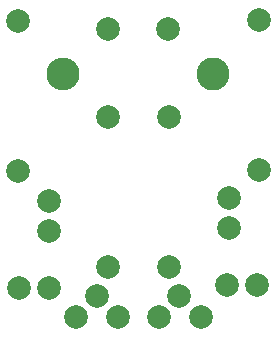
<source format=gbr>
%TF.GenerationSoftware,KiCad,Pcbnew,(7.0.0)*%
%TF.CreationDate,2023-03-16T10:54:00+00:00*%
%TF.ProjectId,kit-soldadura-pcb,6b69742d-736f-46c6-9461-647572612d70,rev?*%
%TF.SameCoordinates,Original*%
%TF.FileFunction,Soldermask,Top*%
%TF.FilePolarity,Negative*%
%FSLAX46Y46*%
G04 Gerber Fmt 4.6, Leading zero omitted, Abs format (unit mm)*
G04 Created by KiCad (PCBNEW (7.0.0)) date 2023-03-16 10:54:00*
%MOMM*%
%LPD*%
G01*
G04 APERTURE LIST*
%ADD10C,2.800000*%
%ADD11O,2.800000X2.800000*%
%ADD12C,2.000000*%
G04 APERTURE END LIST*
D10*
%TO.C,D1*%
X155580000Y-83446137D03*
D11*
X142879999Y-83446136D03*
%TD*%
D12*
%TO.C,D2*%
X141684268Y-94199069D03*
X141650931Y-96739069D03*
%TD*%
%TO.C,D3*%
X156899471Y-93946137D03*
X156866134Y-96486137D03*
%TD*%
%TO.C,C2*%
X159268394Y-101260000D03*
X156744119Y-101260000D03*
%TD*%
%TO.C,J1*%
X146690000Y-79586137D03*
%TD*%
%TO.C,C1*%
X139120803Y-101542872D03*
X141645078Y-101542872D03*
%TD*%
%TO.C,R1*%
X139070000Y-78926137D03*
X139070000Y-91626137D03*
%TD*%
%TO.C,R3*%
X151813379Y-87022752D03*
X151813379Y-99722752D03*
%TD*%
%TO.C,Q2*%
X152706691Y-102224500D03*
X150974992Y-104001373D03*
X154498622Y-103986316D03*
%TD*%
%TO.C,Q1*%
X145697828Y-102224500D03*
X143966129Y-104001373D03*
X147489759Y-103986316D03*
%TD*%
%TO.C,R4*%
X159415002Y-78850072D03*
X159415002Y-91550072D03*
%TD*%
%TO.C,J2*%
X151770000Y-79586137D03*
%TD*%
%TO.C,R2*%
X146690000Y-87026775D03*
X146690000Y-99726775D03*
%TD*%
M02*

</source>
